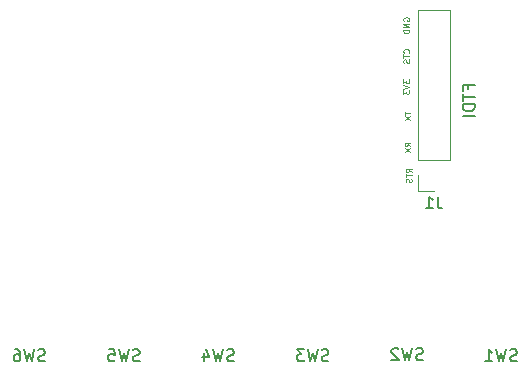
<source format=gbr>
%TF.GenerationSoftware,KiCad,Pcbnew,(5.1.9-0-10_14)*%
%TF.CreationDate,2021-03-21T21:38:48+11:00*%
%TF.ProjectId,Control Board,436f6e74-726f-46c2-9042-6f6172642e6b,rev?*%
%TF.SameCoordinates,Original*%
%TF.FileFunction,Legend,Bot*%
%TF.FilePolarity,Positive*%
%FSLAX46Y46*%
G04 Gerber Fmt 4.6, Leading zero omitted, Abs format (unit mm)*
G04 Created by KiCad (PCBNEW (5.1.9-0-10_14)) date 2021-03-21 21:38:48*
%MOMM*%
%LPD*%
G01*
G04 APERTURE LIST*
%ADD10C,0.062500*%
%ADD11C,0.150000*%
%ADD12C,0.120000*%
G04 APERTURE END LIST*
D10*
X121626190Y-125526190D02*
X121388095Y-125359523D01*
X121626190Y-125240476D02*
X121126190Y-125240476D01*
X121126190Y-125430952D01*
X121150000Y-125478571D01*
X121173809Y-125502380D01*
X121221428Y-125526190D01*
X121292857Y-125526190D01*
X121340476Y-125502380D01*
X121364285Y-125478571D01*
X121388095Y-125430952D01*
X121388095Y-125240476D01*
X121126190Y-125669047D02*
X121126190Y-125954761D01*
X121626190Y-125811904D02*
X121126190Y-125811904D01*
X121602380Y-126097619D02*
X121626190Y-126169047D01*
X121626190Y-126288095D01*
X121602380Y-126335714D01*
X121578571Y-126359523D01*
X121530952Y-126383333D01*
X121483333Y-126383333D01*
X121435714Y-126359523D01*
X121411904Y-126335714D01*
X121388095Y-126288095D01*
X121364285Y-126192857D01*
X121340476Y-126145238D01*
X121316666Y-126121428D01*
X121269047Y-126097619D01*
X121221428Y-126097619D01*
X121173809Y-126121428D01*
X121150000Y-126145238D01*
X121126190Y-126192857D01*
X121126190Y-126311904D01*
X121150000Y-126383333D01*
X121526190Y-123316666D02*
X121288095Y-123150000D01*
X121526190Y-123030952D02*
X121026190Y-123030952D01*
X121026190Y-123221428D01*
X121050000Y-123269047D01*
X121073809Y-123292857D01*
X121121428Y-123316666D01*
X121192857Y-123316666D01*
X121240476Y-123292857D01*
X121264285Y-123269047D01*
X121288095Y-123221428D01*
X121288095Y-123030952D01*
X121026190Y-123483333D02*
X121526190Y-123816666D01*
X121026190Y-123816666D02*
X121526190Y-123483333D01*
X121026190Y-120419047D02*
X121026190Y-120704761D01*
X121526190Y-120561904D02*
X121026190Y-120561904D01*
X121026190Y-120823809D02*
X121526190Y-121157142D01*
X121026190Y-121157142D02*
X121526190Y-120823809D01*
X120926190Y-117680952D02*
X120926190Y-117990476D01*
X121116666Y-117823809D01*
X121116666Y-117895238D01*
X121140476Y-117942857D01*
X121164285Y-117966666D01*
X121211904Y-117990476D01*
X121330952Y-117990476D01*
X121378571Y-117966666D01*
X121402380Y-117942857D01*
X121426190Y-117895238D01*
X121426190Y-117752380D01*
X121402380Y-117704761D01*
X121378571Y-117680952D01*
X120926190Y-118133333D02*
X121426190Y-118300000D01*
X120926190Y-118466666D01*
X120926190Y-118585714D02*
X120926190Y-118895238D01*
X121116666Y-118728571D01*
X121116666Y-118800000D01*
X121140476Y-118847619D01*
X121164285Y-118871428D01*
X121211904Y-118895238D01*
X121330952Y-118895238D01*
X121378571Y-118871428D01*
X121402380Y-118847619D01*
X121426190Y-118800000D01*
X121426190Y-118657142D01*
X121402380Y-118609523D01*
X121378571Y-118585714D01*
X121378571Y-115426190D02*
X121402380Y-115402380D01*
X121426190Y-115330952D01*
X121426190Y-115283333D01*
X121402380Y-115211904D01*
X121354761Y-115164285D01*
X121307142Y-115140476D01*
X121211904Y-115116666D01*
X121140476Y-115116666D01*
X121045238Y-115140476D01*
X120997619Y-115164285D01*
X120950000Y-115211904D01*
X120926190Y-115283333D01*
X120926190Y-115330952D01*
X120950000Y-115402380D01*
X120973809Y-115426190D01*
X120926190Y-115569047D02*
X120926190Y-115854761D01*
X121426190Y-115711904D02*
X120926190Y-115711904D01*
X121402380Y-115997619D02*
X121426190Y-116069047D01*
X121426190Y-116188095D01*
X121402380Y-116235714D01*
X121378571Y-116259523D01*
X121330952Y-116283333D01*
X121283333Y-116283333D01*
X121235714Y-116259523D01*
X121211904Y-116235714D01*
X121188095Y-116188095D01*
X121164285Y-116092857D01*
X121140476Y-116045238D01*
X121116666Y-116021428D01*
X121069047Y-115997619D01*
X121021428Y-115997619D01*
X120973809Y-116021428D01*
X120950000Y-116045238D01*
X120926190Y-116092857D01*
X120926190Y-116211904D01*
X120950000Y-116283333D01*
X120950000Y-112719047D02*
X120926190Y-112671428D01*
X120926190Y-112600000D01*
X120950000Y-112528571D01*
X120997619Y-112480952D01*
X121045238Y-112457142D01*
X121140476Y-112433333D01*
X121211904Y-112433333D01*
X121307142Y-112457142D01*
X121354761Y-112480952D01*
X121402380Y-112528571D01*
X121426190Y-112600000D01*
X121426190Y-112647619D01*
X121402380Y-112719047D01*
X121378571Y-112742857D01*
X121211904Y-112742857D01*
X121211904Y-112647619D01*
X121426190Y-112957142D02*
X120926190Y-112957142D01*
X121426190Y-113242857D01*
X120926190Y-113242857D01*
X121426190Y-113480952D02*
X120926190Y-113480952D01*
X120926190Y-113600000D01*
X120950000Y-113671428D01*
X120997619Y-113719047D01*
X121045238Y-113742857D01*
X121140476Y-113766666D01*
X121211904Y-113766666D01*
X121307142Y-113742857D01*
X121354761Y-113719047D01*
X121402380Y-113671428D01*
X121426190Y-113600000D01*
X121426190Y-113480952D01*
D11*
X126428571Y-118523809D02*
X126428571Y-118190476D01*
X126952380Y-118190476D02*
X125952380Y-118190476D01*
X125952380Y-118666666D01*
X125952380Y-118904761D02*
X125952380Y-119476190D01*
X126952380Y-119190476D02*
X125952380Y-119190476D01*
X126952380Y-119809523D02*
X125952380Y-119809523D01*
X125952380Y-120047619D01*
X126000000Y-120190476D01*
X126095238Y-120285714D01*
X126190476Y-120333333D01*
X126380952Y-120380952D01*
X126523809Y-120380952D01*
X126714285Y-120333333D01*
X126809523Y-120285714D01*
X126904761Y-120190476D01*
X126952380Y-120047619D01*
X126952380Y-119809523D01*
X126952380Y-120809523D02*
X125952380Y-120809523D01*
D12*
%TO.C,J1*%
X122170000Y-111790000D02*
X124830000Y-111790000D01*
X122170000Y-124550000D02*
X122170000Y-111790000D01*
X124830000Y-124550000D02*
X124830000Y-111790000D01*
X122170000Y-124550000D02*
X124830000Y-124550000D01*
X122170000Y-125820000D02*
X122170000Y-127150000D01*
X122170000Y-127150000D02*
X123500000Y-127150000D01*
D11*
X123833333Y-127602380D02*
X123833333Y-128316666D01*
X123880952Y-128459523D01*
X123976190Y-128554761D01*
X124119047Y-128602380D01*
X124214285Y-128602380D01*
X122833333Y-128602380D02*
X123404761Y-128602380D01*
X123119047Y-128602380D02*
X123119047Y-127602380D01*
X123214285Y-127745238D01*
X123309523Y-127840476D01*
X123404761Y-127888095D01*
%TO.C,SW6*%
X90583333Y-141504761D02*
X90440476Y-141552380D01*
X90202380Y-141552380D01*
X90107142Y-141504761D01*
X90059523Y-141457142D01*
X90011904Y-141361904D01*
X90011904Y-141266666D01*
X90059523Y-141171428D01*
X90107142Y-141123809D01*
X90202380Y-141076190D01*
X90392857Y-141028571D01*
X90488095Y-140980952D01*
X90535714Y-140933333D01*
X90583333Y-140838095D01*
X90583333Y-140742857D01*
X90535714Y-140647619D01*
X90488095Y-140600000D01*
X90392857Y-140552380D01*
X90154761Y-140552380D01*
X90011904Y-140600000D01*
X89678571Y-140552380D02*
X89440476Y-141552380D01*
X89250000Y-140838095D01*
X89059523Y-141552380D01*
X88821428Y-140552380D01*
X88011904Y-140552380D02*
X88202380Y-140552380D01*
X88297619Y-140600000D01*
X88345238Y-140647619D01*
X88440476Y-140790476D01*
X88488095Y-140980952D01*
X88488095Y-141361904D01*
X88440476Y-141457142D01*
X88392857Y-141504761D01*
X88297619Y-141552380D01*
X88107142Y-141552380D01*
X88011904Y-141504761D01*
X87964285Y-141457142D01*
X87916666Y-141361904D01*
X87916666Y-141123809D01*
X87964285Y-141028571D01*
X88011904Y-140980952D01*
X88107142Y-140933333D01*
X88297619Y-140933333D01*
X88392857Y-140980952D01*
X88440476Y-141028571D01*
X88488095Y-141123809D01*
%TO.C,SW1*%
X130533333Y-141504761D02*
X130390476Y-141552380D01*
X130152380Y-141552380D01*
X130057142Y-141504761D01*
X130009523Y-141457142D01*
X129961904Y-141361904D01*
X129961904Y-141266666D01*
X130009523Y-141171428D01*
X130057142Y-141123809D01*
X130152380Y-141076190D01*
X130342857Y-141028571D01*
X130438095Y-140980952D01*
X130485714Y-140933333D01*
X130533333Y-140838095D01*
X130533333Y-140742857D01*
X130485714Y-140647619D01*
X130438095Y-140600000D01*
X130342857Y-140552380D01*
X130104761Y-140552380D01*
X129961904Y-140600000D01*
X129628571Y-140552380D02*
X129390476Y-141552380D01*
X129200000Y-140838095D01*
X129009523Y-141552380D01*
X128771428Y-140552380D01*
X127866666Y-141552380D02*
X128438095Y-141552380D01*
X128152380Y-141552380D02*
X128152380Y-140552380D01*
X128247619Y-140695238D01*
X128342857Y-140790476D01*
X128438095Y-140838095D01*
%TO.C,SW2*%
X122583333Y-141404761D02*
X122440476Y-141452380D01*
X122202380Y-141452380D01*
X122107142Y-141404761D01*
X122059523Y-141357142D01*
X122011904Y-141261904D01*
X122011904Y-141166666D01*
X122059523Y-141071428D01*
X122107142Y-141023809D01*
X122202380Y-140976190D01*
X122392857Y-140928571D01*
X122488095Y-140880952D01*
X122535714Y-140833333D01*
X122583333Y-140738095D01*
X122583333Y-140642857D01*
X122535714Y-140547619D01*
X122488095Y-140500000D01*
X122392857Y-140452380D01*
X122154761Y-140452380D01*
X122011904Y-140500000D01*
X121678571Y-140452380D02*
X121440476Y-141452380D01*
X121250000Y-140738095D01*
X121059523Y-141452380D01*
X120821428Y-140452380D01*
X120488095Y-140547619D02*
X120440476Y-140500000D01*
X120345238Y-140452380D01*
X120107142Y-140452380D01*
X120011904Y-140500000D01*
X119964285Y-140547619D01*
X119916666Y-140642857D01*
X119916666Y-140738095D01*
X119964285Y-140880952D01*
X120535714Y-141452380D01*
X119916666Y-141452380D01*
%TO.C,SW3*%
X114583333Y-141504761D02*
X114440476Y-141552380D01*
X114202380Y-141552380D01*
X114107142Y-141504761D01*
X114059523Y-141457142D01*
X114011904Y-141361904D01*
X114011904Y-141266666D01*
X114059523Y-141171428D01*
X114107142Y-141123809D01*
X114202380Y-141076190D01*
X114392857Y-141028571D01*
X114488095Y-140980952D01*
X114535714Y-140933333D01*
X114583333Y-140838095D01*
X114583333Y-140742857D01*
X114535714Y-140647619D01*
X114488095Y-140600000D01*
X114392857Y-140552380D01*
X114154761Y-140552380D01*
X114011904Y-140600000D01*
X113678571Y-140552380D02*
X113440476Y-141552380D01*
X113250000Y-140838095D01*
X113059523Y-141552380D01*
X112821428Y-140552380D01*
X112535714Y-140552380D02*
X111916666Y-140552380D01*
X112250000Y-140933333D01*
X112107142Y-140933333D01*
X112011904Y-140980952D01*
X111964285Y-141028571D01*
X111916666Y-141123809D01*
X111916666Y-141361904D01*
X111964285Y-141457142D01*
X112011904Y-141504761D01*
X112107142Y-141552380D01*
X112392857Y-141552380D01*
X112488095Y-141504761D01*
X112535714Y-141457142D01*
%TO.C,SW4*%
X106583333Y-141504761D02*
X106440476Y-141552380D01*
X106202380Y-141552380D01*
X106107142Y-141504761D01*
X106059523Y-141457142D01*
X106011904Y-141361904D01*
X106011904Y-141266666D01*
X106059523Y-141171428D01*
X106107142Y-141123809D01*
X106202380Y-141076190D01*
X106392857Y-141028571D01*
X106488095Y-140980952D01*
X106535714Y-140933333D01*
X106583333Y-140838095D01*
X106583333Y-140742857D01*
X106535714Y-140647619D01*
X106488095Y-140600000D01*
X106392857Y-140552380D01*
X106154761Y-140552380D01*
X106011904Y-140600000D01*
X105678571Y-140552380D02*
X105440476Y-141552380D01*
X105250000Y-140838095D01*
X105059523Y-141552380D01*
X104821428Y-140552380D01*
X104011904Y-140885714D02*
X104011904Y-141552380D01*
X104250000Y-140504761D02*
X104488095Y-141219047D01*
X103869047Y-141219047D01*
%TO.C,SW5*%
X98583333Y-141504761D02*
X98440476Y-141552380D01*
X98202380Y-141552380D01*
X98107142Y-141504761D01*
X98059523Y-141457142D01*
X98011904Y-141361904D01*
X98011904Y-141266666D01*
X98059523Y-141171428D01*
X98107142Y-141123809D01*
X98202380Y-141076190D01*
X98392857Y-141028571D01*
X98488095Y-140980952D01*
X98535714Y-140933333D01*
X98583333Y-140838095D01*
X98583333Y-140742857D01*
X98535714Y-140647619D01*
X98488095Y-140600000D01*
X98392857Y-140552380D01*
X98154761Y-140552380D01*
X98011904Y-140600000D01*
X97678571Y-140552380D02*
X97440476Y-141552380D01*
X97250000Y-140838095D01*
X97059523Y-141552380D01*
X96821428Y-140552380D01*
X95964285Y-140552380D02*
X96440476Y-140552380D01*
X96488095Y-141028571D01*
X96440476Y-140980952D01*
X96345238Y-140933333D01*
X96107142Y-140933333D01*
X96011904Y-140980952D01*
X95964285Y-141028571D01*
X95916666Y-141123809D01*
X95916666Y-141361904D01*
X95964285Y-141457142D01*
X96011904Y-141504761D01*
X96107142Y-141552380D01*
X96345238Y-141552380D01*
X96440476Y-141504761D01*
X96488095Y-141457142D01*
%TD*%
M02*

</source>
